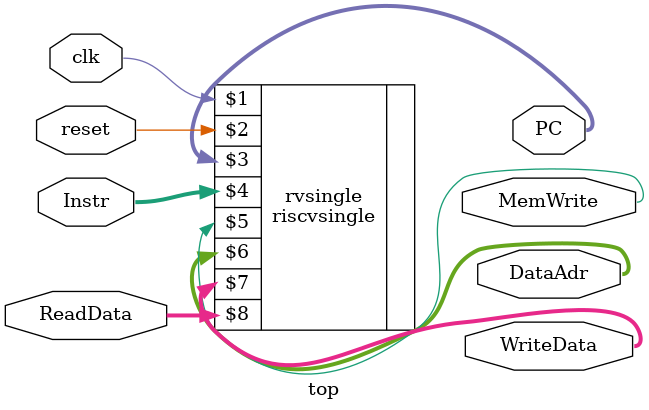
<source format=sv>
module top(
    input  logic        clk, reset,
    output logic [31:0] WriteData, DataAdr,
    output logic        MemWrite,
    input  logic [31:0] ReadData,
    output logic [31:0] PC,
    input  logic [31:0] Instr
);

    riscvsingle rvsingle(
        clk, reset, 
        PC, Instr, 
        MemWrite, DataAdr, 
        WriteData, ReadData
    );

endmodule

</source>
